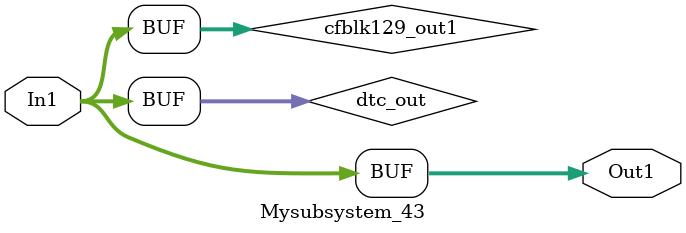
<source format=v>



`timescale 1 ns / 1 ns

module Mysubsystem_43
          (In1,
           Out1);


  input   [7:0] In1;  // uint8
  output  [7:0] Out1;  // uint8


  wire [7:0] dtc_out;  // ufix8
  wire [7:0] cfblk129_out1;  // uint8


  assign dtc_out = In1;



  assign cfblk129_out1 = dtc_out;



  assign Out1 = cfblk129_out1;

endmodule  // Mysubsystem_43


</source>
